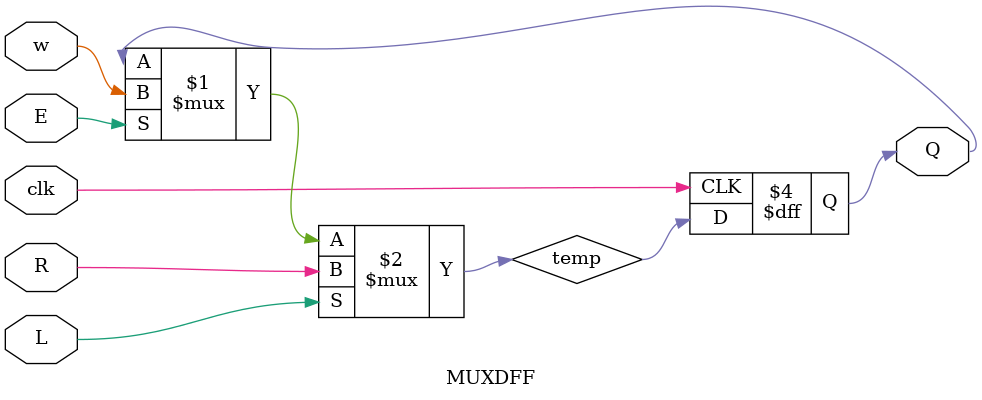
<source format=v>
module top_module (
    input [3:0] SW,
    input [3:0] KEY,
    output [3:0] LEDR
); //
    MUXDFF inst1(KEY[0],KEY[3], SW[3],KEY[1],KEY[2],LEDR[3]);
    MUXDFF inst2(KEY[0],LEDR[3],SW[2],KEY[1],KEY[2],LEDR[2]);
    MUXDFF inst3(KEY[0],LEDR[2],SW[1],KEY[1],KEY[2],LEDR[1]);
    MUXDFF inst4(KEY[0],LEDR[1],SW[0],KEY[1],KEY[2],LEDR[0]);
endmodule

module MUXDFF (
    input clk,
    input w, R, E, L,
    output Q
);
	wire temp;
    assign temp = L?R:(E?w:Q);
    always@(posedge clk)begin
        Q <= temp;
    end
endmodule

</source>
